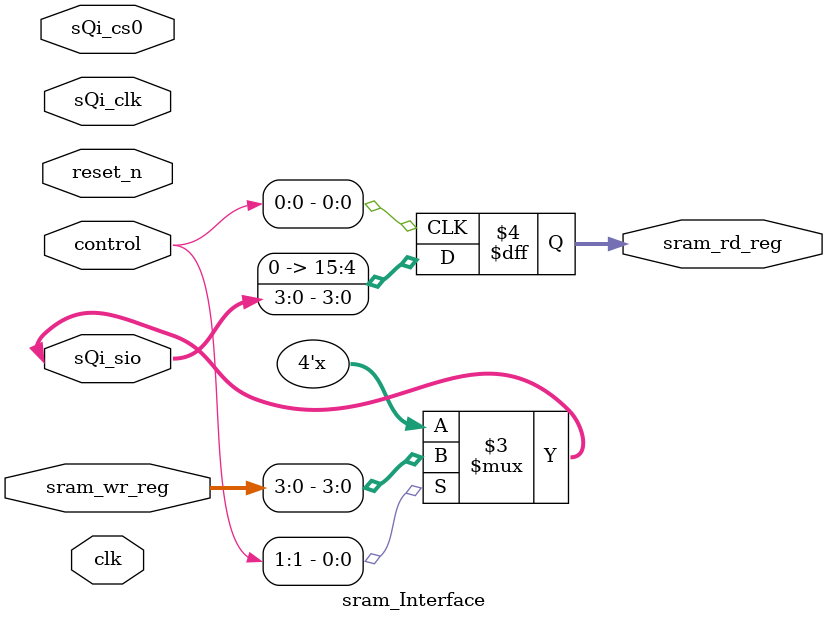
<source format=v>
`timescale 1ns / 1ps


module sram_Interface(
    input clk,
    input reset_n,
    input [1:0] control,
    input sQi_cs0,
    input sQi_clk,
    inout [3:0] sQi_sio,
    input [15:0] sram_wr_reg,
    output reg [15:0] sram_rd_reg
);

always @ (posedge control[0]) begin
    sram_rd_reg <= {12'h000,sQi_sio};
end

assign sQi_sio = (control[1] == 1) ?  sram_wr_reg[3:0] : 4'bzzzz;

endmodule

</source>
